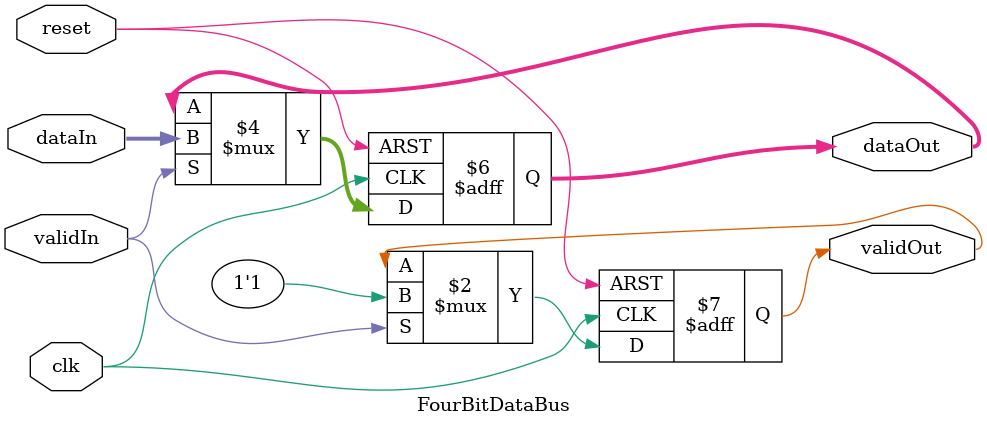
<source format=v>
module FourBitDataBus
(
    input wire clk,
    input wire reset,
    input wire [3:0] dataIn,
    input wire validIn,
    output reg [3:0] dataOut,
    output reg validOut
);

always @(posedge clk or posedge reset) begin
    if (reset) begin
        dataOut <= 4'b0000; // при сбросе устанавливаем значение в 0
        validOut <= 0; // при сбросе сигнал валидности становится неактивным
    end else if (validIn) begin
        dataOut <= dataIn; // при активном сигнале валидности загружаем входные данные
        validOut <= 1; // сигнал валидности на выходе активен
    end
end

endmodule

</source>
